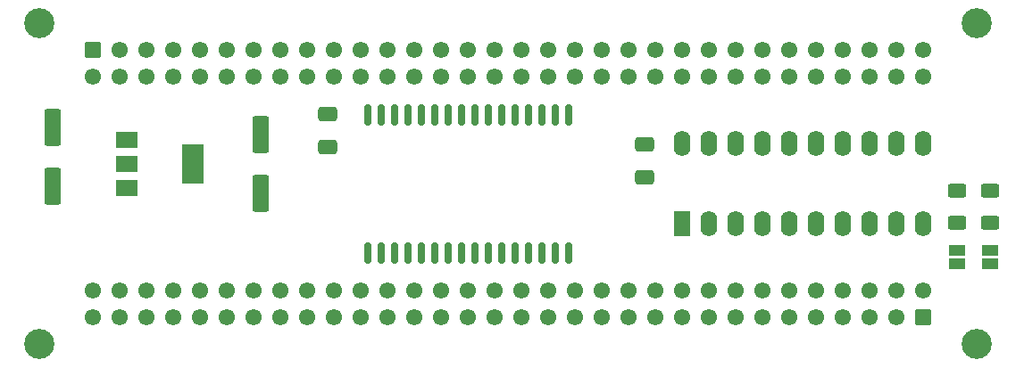
<source format=gbr>
%TF.GenerationSoftware,KiCad,Pcbnew,6.0.2-378541a8eb~116~ubuntu21.10.1*%
%TF.CreationDate,2022-02-13T18:24:13+01:00*%
%TF.ProjectId,qlexternal512kram_MIX,716c6578-7465-4726-9e61-6c3531326b72,00*%
%TF.SameCoordinates,Original*%
%TF.FileFunction,Soldermask,Top*%
%TF.FilePolarity,Negative*%
%FSLAX46Y46*%
G04 Gerber Fmt 4.6, Leading zero omitted, Abs format (unit mm)*
G04 Created by KiCad (PCBNEW 6.0.2-378541a8eb~116~ubuntu21.10.1) date 2022-02-13 18:24:13*
%MOMM*%
%LPD*%
G01*
G04 APERTURE LIST*
G04 Aperture macros list*
%AMRoundRect*
0 Rectangle with rounded corners*
0 $1 Rounding radius*
0 $2 $3 $4 $5 $6 $7 $8 $9 X,Y pos of 4 corners*
0 Add a 4 corners polygon primitive as box body*
4,1,4,$2,$3,$4,$5,$6,$7,$8,$9,$2,$3,0*
0 Add four circle primitives for the rounded corners*
1,1,$1+$1,$2,$3*
1,1,$1+$1,$4,$5*
1,1,$1+$1,$6,$7*
1,1,$1+$1,$8,$9*
0 Add four rect primitives between the rounded corners*
20,1,$1+$1,$2,$3,$4,$5,0*
20,1,$1+$1,$4,$5,$6,$7,0*
20,1,$1+$1,$6,$7,$8,$9,0*
20,1,$1+$1,$8,$9,$2,$3,0*%
G04 Aperture macros list end*
%ADD10C,1.550000*%
%ADD11RoundRect,0.249999X-0.525001X-0.525001X0.525001X-0.525001X0.525001X0.525001X-0.525001X0.525001X0*%
%ADD12C,2.850000*%
%ADD13RoundRect,0.249999X0.525001X0.525001X-0.525001X0.525001X-0.525001X-0.525001X0.525001X-0.525001X0*%
%ADD14R,1.500000X1.000000*%
%ADD15R,2.000000X1.500000*%
%ADD16R,2.000000X3.800000*%
%ADD17RoundRect,0.250000X-0.550000X1.500000X-0.550000X-1.500000X0.550000X-1.500000X0.550000X1.500000X0*%
%ADD18RoundRect,0.250000X-0.650000X0.412500X-0.650000X-0.412500X0.650000X-0.412500X0.650000X0.412500X0*%
%ADD19RoundRect,0.250000X-0.625000X0.400000X-0.625000X-0.400000X0.625000X-0.400000X0.625000X0.400000X0*%
%ADD20R,1.600000X2.400000*%
%ADD21O,1.600000X2.400000*%
%ADD22RoundRect,0.150000X0.150000X-0.875000X0.150000X0.875000X-0.150000X0.875000X-0.150000X-0.875000X0*%
G04 APERTURE END LIST*
D10*
%TO.C,J2*%
X181070000Y-80645000D03*
X178530000Y-80645000D03*
X175990000Y-80645000D03*
X173450000Y-80645000D03*
X170910000Y-80645000D03*
X168370000Y-80645000D03*
X165830000Y-80645000D03*
X163290000Y-80645000D03*
X160750000Y-80645000D03*
X158210000Y-80645000D03*
X155670000Y-80645000D03*
X153130000Y-80645000D03*
X150590000Y-80645000D03*
X148050000Y-80645000D03*
X145510000Y-80645000D03*
X142970000Y-80645000D03*
X140430000Y-80645000D03*
X137890000Y-80645000D03*
X135350000Y-80645000D03*
X132810000Y-80645000D03*
X130270000Y-80645000D03*
X127730000Y-80645000D03*
X125190000Y-80645000D03*
X122650000Y-80645000D03*
X120110000Y-80645000D03*
X117570000Y-80645000D03*
X115030000Y-80645000D03*
X112490000Y-80645000D03*
X109950000Y-80645000D03*
X107410000Y-80645000D03*
X104870000Y-80645000D03*
X102330000Y-80645000D03*
D11*
X181070000Y-83185000D03*
D10*
X178530000Y-83185000D03*
X175990000Y-83185000D03*
X173450000Y-83185000D03*
X170910000Y-83185000D03*
X168370000Y-83185000D03*
X165830000Y-83185000D03*
X163290000Y-83185000D03*
X160750000Y-83185000D03*
X158210000Y-83185000D03*
X155670000Y-83185000D03*
X153130000Y-83185000D03*
X150590000Y-83185000D03*
X148050000Y-83185000D03*
X145510000Y-83185000D03*
X142970000Y-83185000D03*
X140430000Y-83185000D03*
X137890000Y-83185000D03*
X135350000Y-83185000D03*
X132810000Y-83185000D03*
X130270000Y-83185000D03*
X127730000Y-83185000D03*
X125190000Y-83185000D03*
X122650000Y-83185000D03*
X120110000Y-83185000D03*
X117570000Y-83185000D03*
X115030000Y-83185000D03*
X112490000Y-83185000D03*
X109950000Y-83185000D03*
X107410000Y-83185000D03*
X104870000Y-83185000D03*
X102330000Y-83185000D03*
D12*
X97250000Y-85725000D03*
X186150000Y-85725000D03*
%TD*%
%TO.C,J1*%
X97250000Y-55245000D03*
X186150000Y-55245000D03*
D13*
X102330000Y-57785000D03*
D10*
X104870000Y-57785000D03*
X107410000Y-57785000D03*
X109950000Y-57785000D03*
X112490000Y-57785000D03*
X115030000Y-57785000D03*
X117570000Y-57785000D03*
X120110000Y-57785000D03*
X122650000Y-57785000D03*
X125190000Y-57785000D03*
X127730000Y-57785000D03*
X130270000Y-57785000D03*
X132810000Y-57785000D03*
X135350000Y-57785000D03*
X137890000Y-57785000D03*
X140430000Y-57785000D03*
X142970000Y-57785000D03*
X145510000Y-57785000D03*
X148050000Y-57785000D03*
X150590000Y-57785000D03*
X153130000Y-57785000D03*
X155670000Y-57785000D03*
X158210000Y-57785000D03*
X160750000Y-57785000D03*
X163290000Y-57785000D03*
X165830000Y-57785000D03*
X168370000Y-57785000D03*
X170910000Y-57785000D03*
X173450000Y-57785000D03*
X175990000Y-57785000D03*
X178530000Y-57785000D03*
X181070000Y-57785000D03*
X102330000Y-60325000D03*
X104870000Y-60325000D03*
X107410000Y-60325000D03*
X109950000Y-60325000D03*
X112490000Y-60325000D03*
X115030000Y-60325000D03*
X117570000Y-60325000D03*
X120110000Y-60325000D03*
X122650000Y-60325000D03*
X125190000Y-60325000D03*
X127730000Y-60325000D03*
X130270000Y-60325000D03*
X132810000Y-60325000D03*
X135350000Y-60325000D03*
X137890000Y-60325000D03*
X140430000Y-60325000D03*
X142970000Y-60325000D03*
X145510000Y-60325000D03*
X148050000Y-60325000D03*
X150590000Y-60325000D03*
X153130000Y-60325000D03*
X155670000Y-60325000D03*
X158210000Y-60325000D03*
X160750000Y-60325000D03*
X163290000Y-60325000D03*
X165830000Y-60325000D03*
X168370000Y-60325000D03*
X170910000Y-60325000D03*
X173450000Y-60325000D03*
X175990000Y-60325000D03*
X178530000Y-60325000D03*
X181070000Y-60325000D03*
%TD*%
D14*
%TO.C,JP1*%
X184245000Y-78105000D03*
X184245000Y-76805000D03*
%TD*%
D15*
%TO.C,U3*%
X105530000Y-66280000D03*
D16*
X111830000Y-68580000D03*
D15*
X105530000Y-68580000D03*
X105530000Y-70880000D03*
%TD*%
D17*
%TO.C,C1*%
X98520000Y-65145000D03*
X98520000Y-70745000D03*
%TD*%
D18*
%TO.C,C4*%
X154654000Y-66725000D03*
X154654000Y-69850000D03*
%TD*%
D17*
%TO.C,C2*%
X118205000Y-65780000D03*
X118205000Y-71380000D03*
%TD*%
D18*
%TO.C,C3*%
X124555000Y-63842500D03*
X124555000Y-66967500D03*
%TD*%
D19*
%TO.C,R2*%
X187420000Y-71120000D03*
X187420000Y-74220000D03*
%TD*%
D14*
%TO.C,JP2*%
X187420000Y-78120000D03*
X187420000Y-76820000D03*
%TD*%
D20*
%TO.C,U2*%
X158215000Y-74310000D03*
D21*
X160755000Y-74310000D03*
X163295000Y-74310000D03*
X165835000Y-74310000D03*
X168375000Y-74310000D03*
X170915000Y-74310000D03*
X173455000Y-74310000D03*
X175995000Y-74310000D03*
X178535000Y-74310000D03*
X181075000Y-74310000D03*
X181075000Y-66690000D03*
X178535000Y-66690000D03*
X175995000Y-66690000D03*
X173455000Y-66690000D03*
X170915000Y-66690000D03*
X168375000Y-66690000D03*
X165835000Y-66690000D03*
X163295000Y-66690000D03*
X160755000Y-66690000D03*
X158215000Y-66690000D03*
%TD*%
D19*
%TO.C,R1*%
X184245000Y-71120000D03*
X184245000Y-74220000D03*
%TD*%
D22*
%TO.C,U1*%
X128365000Y-77035000D03*
X129635000Y-77035000D03*
X130905000Y-77035000D03*
X132175000Y-77035000D03*
X133445000Y-77035000D03*
X134715000Y-77035000D03*
X135985000Y-77035000D03*
X137255000Y-77035000D03*
X138525000Y-77035000D03*
X139795000Y-77035000D03*
X141065000Y-77035000D03*
X142335000Y-77035000D03*
X143605000Y-77035000D03*
X144875000Y-77035000D03*
X146145000Y-77035000D03*
X147415000Y-77035000D03*
X147415000Y-63935000D03*
X146145000Y-63935000D03*
X144875000Y-63935000D03*
X143605000Y-63935000D03*
X142335000Y-63935000D03*
X141065000Y-63935000D03*
X139795000Y-63935000D03*
X138525000Y-63935000D03*
X137255000Y-63935000D03*
X135985000Y-63935000D03*
X134715000Y-63935000D03*
X133445000Y-63935000D03*
X132175000Y-63935000D03*
X130905000Y-63935000D03*
X129635000Y-63935000D03*
X128365000Y-63935000D03*
%TD*%
M02*

</source>
